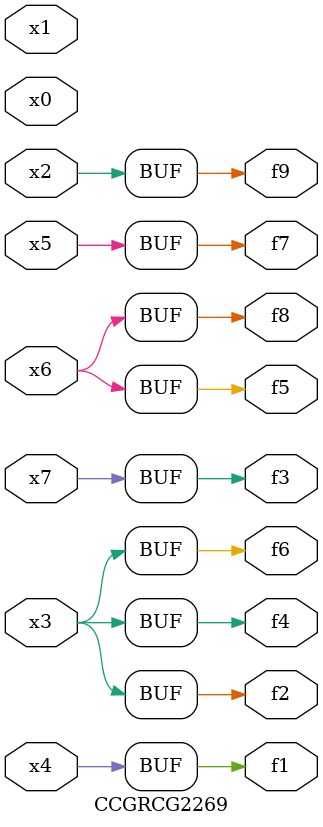
<source format=v>
module CCGRCG2269(
	input x0, x1, x2, x3, x4, x5, x6, x7,
	output f1, f2, f3, f4, f5, f6, f7, f8, f9
);
	assign f1 = x4;
	assign f2 = x3;
	assign f3 = x7;
	assign f4 = x3;
	assign f5 = x6;
	assign f6 = x3;
	assign f7 = x5;
	assign f8 = x6;
	assign f9 = x2;
endmodule

</source>
